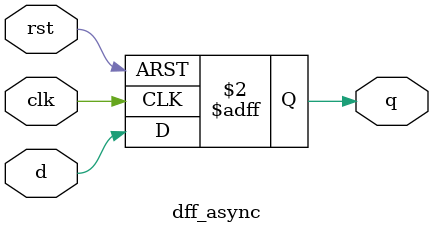
<source format=sv>
module dff_async(
  input wire clk,
  input wire rst,
  input wire d,
  output reg q
  
);
  always @(posedge clk or posedge rst) begin
    if(rst)
      q<= 1'b0;
    else
      q<= d;
  end 
endmodule
    
</source>
